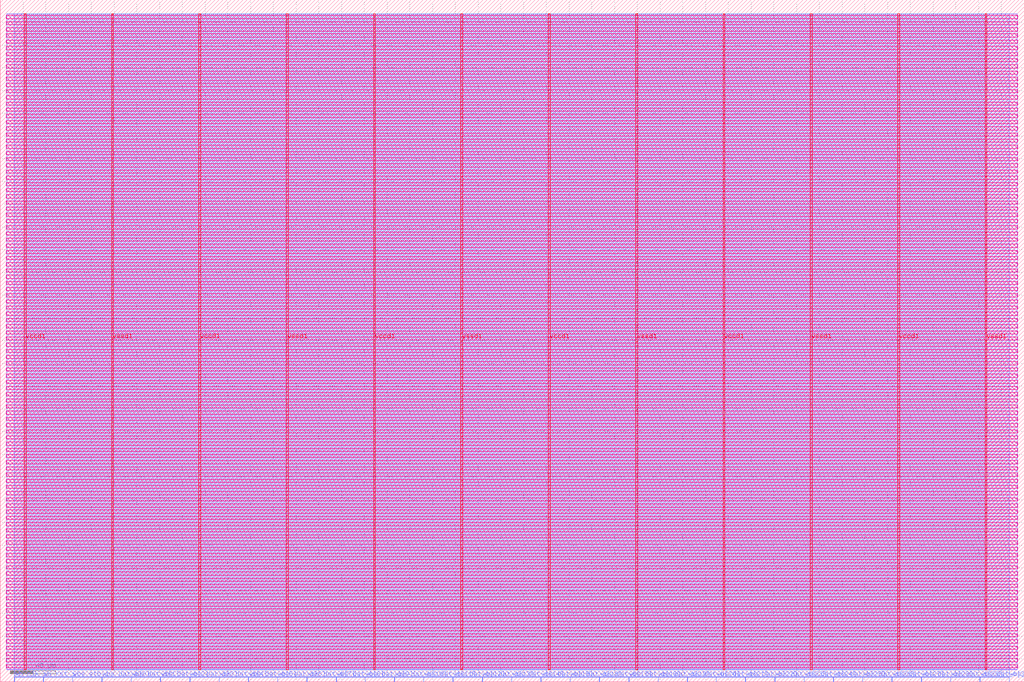
<source format=lef>
VERSION 5.7 ;
  NOWIREEXTENSIONATPIN ON ;
  DIVIDERCHAR "/" ;
  BUSBITCHARS "[]" ;
MACRO user_proj_example
  CLASS BLOCK ;
  FOREIGN user_proj_example ;
  ORIGIN 0.000 0.000 ;
  SIZE 900.000 BY 600.000 ;
  PIN vccd1
    DIRECTION INPUT ;
    USE POWER ;
    PORT
      LAYER met4 ;
        RECT 21.040 10.640 22.640 587.760 ;
    END
    PORT
      LAYER met4 ;
        RECT 174.640 10.640 176.240 587.760 ;
    END
    PORT
      LAYER met4 ;
        RECT 328.240 10.640 329.840 587.760 ;
    END
    PORT
      LAYER met4 ;
        RECT 481.840 10.640 483.440 587.760 ;
    END
    PORT
      LAYER met4 ;
        RECT 635.440 10.640 637.040 587.760 ;
    END
    PORT
      LAYER met4 ;
        RECT 789.040 10.640 790.640 587.760 ;
    END
  END vccd1
  PIN vssd1
    DIRECTION INPUT ;
    USE GROUND ;
    PORT
      LAYER met4 ;
        RECT 97.840 10.640 99.440 587.760 ;
    END
    PORT
      LAYER met4 ;
        RECT 251.440 10.640 253.040 587.760 ;
    END
    PORT
      LAYER met4 ;
        RECT 405.040 10.640 406.640 587.760 ;
    END
    PORT
      LAYER met4 ;
        RECT 558.640 10.640 560.240 587.760 ;
    END
    PORT
      LAYER met4 ;
        RECT 712.240 10.640 713.840 587.760 ;
    END
    PORT
      LAYER met4 ;
        RECT 865.840 10.640 867.440 587.760 ;
    END
  END vssd1
  PIN wb_clk_i
    DIRECTION INPUT ;
    USE SIGNAL ;
    PORT
      LAYER met2 ;
        RECT 12.510 0.000 12.790 4.000 ;
    END
  END wb_clk_i
  PIN wb_rst_i
    DIRECTION INPUT ;
    USE SIGNAL ;
    PORT
      LAYER met2 ;
        RECT 37.810 0.000 38.090 4.000 ;
    END
  END wb_rst_i
  PIN wbs_dat_o[0]
    DIRECTION OUTPUT TRISTATE ;
    USE SIGNAL ;
    PORT
      LAYER met2 ;
        RECT 89.330 0.000 89.610 4.000 ;
    END
  END wbs_dat_o[0]
  PIN wbs_dat_o[10]
    DIRECTION OUTPUT TRISTATE ;
    USE SIGNAL ;
    PORT
      LAYER met2 ;
        RECT 346.470 0.000 346.750 4.000 ;
    END
  END wbs_dat_o[10]
  PIN wbs_dat_o[11]
    DIRECTION OUTPUT TRISTATE ;
    USE SIGNAL ;
    PORT
      LAYER met2 ;
        RECT 372.230 0.000 372.510 4.000 ;
    END
  END wbs_dat_o[11]
  PIN wbs_dat_o[12]
    DIRECTION OUTPUT TRISTATE ;
    USE SIGNAL ;
    PORT
      LAYER met2 ;
        RECT 397.990 0.000 398.270 4.000 ;
    END
  END wbs_dat_o[12]
  PIN wbs_dat_o[13]
    DIRECTION OUTPUT TRISTATE ;
    USE SIGNAL ;
    PORT
      LAYER met2 ;
        RECT 423.750 0.000 424.030 4.000 ;
    END
  END wbs_dat_o[13]
  PIN wbs_dat_o[14]
    DIRECTION OUTPUT TRISTATE ;
    USE SIGNAL ;
    PORT
      LAYER met2 ;
        RECT 449.510 0.000 449.790 4.000 ;
    END
  END wbs_dat_o[14]
  PIN wbs_dat_o[15]
    DIRECTION OUTPUT TRISTATE ;
    USE SIGNAL ;
    PORT
      LAYER met2 ;
        RECT 475.270 0.000 475.550 4.000 ;
    END
  END wbs_dat_o[15]
  PIN wbs_dat_o[16]
    DIRECTION OUTPUT TRISTATE ;
    USE SIGNAL ;
    PORT
      LAYER met2 ;
        RECT 501.030 0.000 501.310 4.000 ;
    END
  END wbs_dat_o[16]
  PIN wbs_dat_o[17]
    DIRECTION OUTPUT TRISTATE ;
    USE SIGNAL ;
    PORT
      LAYER met2 ;
        RECT 526.790 0.000 527.070 4.000 ;
    END
  END wbs_dat_o[17]
  PIN wbs_dat_o[18]
    DIRECTION OUTPUT TRISTATE ;
    USE SIGNAL ;
    PORT
      LAYER met2 ;
        RECT 552.550 0.000 552.830 4.000 ;
    END
  END wbs_dat_o[18]
  PIN wbs_dat_o[19]
    DIRECTION OUTPUT TRISTATE ;
    USE SIGNAL ;
    PORT
      LAYER met2 ;
        RECT 578.310 0.000 578.590 4.000 ;
    END
  END wbs_dat_o[19]
  PIN wbs_dat_o[1]
    DIRECTION OUTPUT TRISTATE ;
    USE SIGNAL ;
    PORT
      LAYER met2 ;
        RECT 115.090 0.000 115.370 4.000 ;
    END
  END wbs_dat_o[1]
  PIN wbs_dat_o[20]
    DIRECTION OUTPUT TRISTATE ;
    USE SIGNAL ;
    PORT
      LAYER met2 ;
        RECT 604.070 0.000 604.350 4.000 ;
    END
  END wbs_dat_o[20]
  PIN wbs_dat_o[21]
    DIRECTION OUTPUT TRISTATE ;
    USE SIGNAL ;
    PORT
      LAYER met2 ;
        RECT 629.370 0.000 629.650 4.000 ;
    END
  END wbs_dat_o[21]
  PIN wbs_dat_o[22]
    DIRECTION OUTPUT TRISTATE ;
    USE SIGNAL ;
    PORT
      LAYER met2 ;
        RECT 655.130 0.000 655.410 4.000 ;
    END
  END wbs_dat_o[22]
  PIN wbs_dat_o[23]
    DIRECTION OUTPUT TRISTATE ;
    USE SIGNAL ;
    PORT
      LAYER met2 ;
        RECT 680.890 0.000 681.170 4.000 ;
    END
  END wbs_dat_o[23]
  PIN wbs_dat_o[24]
    DIRECTION OUTPUT TRISTATE ;
    USE SIGNAL ;
    PORT
      LAYER met2 ;
        RECT 706.650 0.000 706.930 4.000 ;
    END
  END wbs_dat_o[24]
  PIN wbs_dat_o[25]
    DIRECTION OUTPUT TRISTATE ;
    USE SIGNAL ;
    PORT
      LAYER met2 ;
        RECT 732.410 0.000 732.690 4.000 ;
    END
  END wbs_dat_o[25]
  PIN wbs_dat_o[26]
    DIRECTION OUTPUT TRISTATE ;
    USE SIGNAL ;
    PORT
      LAYER met2 ;
        RECT 758.170 0.000 758.450 4.000 ;
    END
  END wbs_dat_o[26]
  PIN wbs_dat_o[27]
    DIRECTION OUTPUT TRISTATE ;
    USE SIGNAL ;
    PORT
      LAYER met2 ;
        RECT 783.930 0.000 784.210 4.000 ;
    END
  END wbs_dat_o[27]
  PIN wbs_dat_o[28]
    DIRECTION OUTPUT TRISTATE ;
    USE SIGNAL ;
    PORT
      LAYER met2 ;
        RECT 809.690 0.000 809.970 4.000 ;
    END
  END wbs_dat_o[28]
  PIN wbs_dat_o[29]
    DIRECTION OUTPUT TRISTATE ;
    USE SIGNAL ;
    PORT
      LAYER met2 ;
        RECT 835.450 0.000 835.730 4.000 ;
    END
  END wbs_dat_o[29]
  PIN wbs_dat_o[2]
    DIRECTION OUTPUT TRISTATE ;
    USE SIGNAL ;
    PORT
      LAYER met2 ;
        RECT 140.850 0.000 141.130 4.000 ;
    END
  END wbs_dat_o[2]
  PIN wbs_dat_o[30]
    DIRECTION OUTPUT TRISTATE ;
    USE SIGNAL ;
    PORT
      LAYER met2 ;
        RECT 861.210 0.000 861.490 4.000 ;
    END
  END wbs_dat_o[30]
  PIN wbs_dat_o[31]
    DIRECTION OUTPUT TRISTATE ;
    USE SIGNAL ;
    PORT
      LAYER met2 ;
        RECT 886.970 0.000 887.250 4.000 ;
    END
  END wbs_dat_o[31]
  PIN wbs_dat_o[3]
    DIRECTION OUTPUT TRISTATE ;
    USE SIGNAL ;
    PORT
      LAYER met2 ;
        RECT 166.610 0.000 166.890 4.000 ;
    END
  END wbs_dat_o[3]
  PIN wbs_dat_o[4]
    DIRECTION OUTPUT TRISTATE ;
    USE SIGNAL ;
    PORT
      LAYER met2 ;
        RECT 192.370 0.000 192.650 4.000 ;
    END
  END wbs_dat_o[4]
  PIN wbs_dat_o[5]
    DIRECTION OUTPUT TRISTATE ;
    USE SIGNAL ;
    PORT
      LAYER met2 ;
        RECT 218.130 0.000 218.410 4.000 ;
    END
  END wbs_dat_o[5]
  PIN wbs_dat_o[6]
    DIRECTION OUTPUT TRISTATE ;
    USE SIGNAL ;
    PORT
      LAYER met2 ;
        RECT 243.890 0.000 244.170 4.000 ;
    END
  END wbs_dat_o[6]
  PIN wbs_dat_o[7]
    DIRECTION OUTPUT TRISTATE ;
    USE SIGNAL ;
    PORT
      LAYER met2 ;
        RECT 269.650 0.000 269.930 4.000 ;
    END
  END wbs_dat_o[7]
  PIN wbs_dat_o[8]
    DIRECTION OUTPUT TRISTATE ;
    USE SIGNAL ;
    PORT
      LAYER met2 ;
        RECT 295.410 0.000 295.690 4.000 ;
    END
  END wbs_dat_o[8]
  PIN wbs_dat_o[9]
    DIRECTION OUTPUT TRISTATE ;
    USE SIGNAL ;
    PORT
      LAYER met2 ;
        RECT 320.710 0.000 320.990 4.000 ;
    END
  END wbs_dat_o[9]
  PIN wbs_stb_i
    DIRECTION INPUT ;
    USE SIGNAL ;
    PORT
      LAYER met2 ;
        RECT 63.570 0.000 63.850 4.000 ;
    END
  END wbs_stb_i
  OBS
      LAYER nwell ;
        RECT 5.330 583.385 894.430 586.215 ;
        RECT 5.330 577.945 894.430 580.775 ;
        RECT 5.330 572.505 894.430 575.335 ;
        RECT 5.330 567.065 894.430 569.895 ;
        RECT 5.330 561.625 894.430 564.455 ;
        RECT 5.330 556.185 894.430 559.015 ;
        RECT 5.330 550.745 894.430 553.575 ;
        RECT 5.330 545.305 894.430 548.135 ;
        RECT 5.330 539.865 894.430 542.695 ;
        RECT 5.330 534.425 894.430 537.255 ;
        RECT 5.330 528.985 894.430 531.815 ;
        RECT 5.330 523.545 894.430 526.375 ;
        RECT 5.330 518.105 894.430 520.935 ;
        RECT 5.330 512.665 894.430 515.495 ;
        RECT 5.330 507.225 894.430 510.055 ;
        RECT 5.330 501.785 894.430 504.615 ;
        RECT 5.330 496.345 894.430 499.175 ;
        RECT 5.330 490.905 894.430 493.735 ;
        RECT 5.330 485.465 894.430 488.295 ;
        RECT 5.330 480.025 894.430 482.855 ;
        RECT 5.330 474.585 894.430 477.415 ;
        RECT 5.330 469.145 894.430 471.975 ;
        RECT 5.330 463.705 894.430 466.535 ;
        RECT 5.330 458.265 894.430 461.095 ;
        RECT 5.330 452.825 894.430 455.655 ;
        RECT 5.330 447.385 894.430 450.215 ;
        RECT 5.330 441.945 894.430 444.775 ;
        RECT 5.330 436.505 894.430 439.335 ;
        RECT 5.330 431.065 894.430 433.895 ;
        RECT 5.330 425.625 894.430 428.455 ;
        RECT 5.330 420.185 894.430 423.015 ;
        RECT 5.330 414.745 894.430 417.575 ;
        RECT 5.330 409.305 894.430 412.135 ;
        RECT 5.330 403.865 894.430 406.695 ;
        RECT 5.330 398.425 894.430 401.255 ;
        RECT 5.330 392.985 894.430 395.815 ;
        RECT 5.330 387.545 894.430 390.375 ;
        RECT 5.330 382.105 894.430 384.935 ;
        RECT 5.330 376.665 894.430 379.495 ;
        RECT 5.330 371.225 894.430 374.055 ;
        RECT 5.330 365.785 894.430 368.615 ;
        RECT 5.330 360.345 894.430 363.175 ;
        RECT 5.330 354.905 894.430 357.735 ;
        RECT 5.330 349.465 894.430 352.295 ;
        RECT 5.330 344.025 894.430 346.855 ;
        RECT 5.330 338.585 894.430 341.415 ;
        RECT 5.330 333.145 894.430 335.975 ;
        RECT 5.330 327.705 894.430 330.535 ;
        RECT 5.330 322.265 894.430 325.095 ;
        RECT 5.330 316.825 894.430 319.655 ;
        RECT 5.330 311.385 894.430 314.215 ;
        RECT 5.330 305.945 894.430 308.775 ;
        RECT 5.330 300.505 894.430 303.335 ;
        RECT 5.330 295.065 894.430 297.895 ;
        RECT 5.330 289.625 894.430 292.455 ;
        RECT 5.330 284.185 894.430 287.015 ;
        RECT 5.330 278.745 894.430 281.575 ;
        RECT 5.330 273.305 894.430 276.135 ;
        RECT 5.330 267.865 894.430 270.695 ;
        RECT 5.330 262.425 894.430 265.255 ;
        RECT 5.330 256.985 894.430 259.815 ;
        RECT 5.330 251.545 894.430 254.375 ;
        RECT 5.330 246.105 894.430 248.935 ;
        RECT 5.330 240.665 894.430 243.495 ;
        RECT 5.330 235.225 894.430 238.055 ;
        RECT 5.330 229.785 894.430 232.615 ;
        RECT 5.330 224.345 894.430 227.175 ;
        RECT 5.330 218.905 894.430 221.735 ;
        RECT 5.330 213.465 894.430 216.295 ;
        RECT 5.330 208.025 894.430 210.855 ;
        RECT 5.330 202.585 894.430 205.415 ;
        RECT 5.330 197.145 894.430 199.975 ;
        RECT 5.330 191.705 894.430 194.535 ;
        RECT 5.330 186.265 894.430 189.095 ;
        RECT 5.330 180.825 894.430 183.655 ;
        RECT 5.330 175.385 894.430 178.215 ;
        RECT 5.330 169.945 894.430 172.775 ;
        RECT 5.330 164.505 894.430 167.335 ;
        RECT 5.330 159.065 894.430 161.895 ;
        RECT 5.330 153.625 894.430 156.455 ;
        RECT 5.330 148.185 894.430 151.015 ;
        RECT 5.330 142.745 894.430 145.575 ;
        RECT 5.330 137.305 894.430 140.135 ;
        RECT 5.330 131.865 894.430 134.695 ;
        RECT 5.330 126.425 894.430 129.255 ;
        RECT 5.330 120.985 894.430 123.815 ;
        RECT 5.330 115.545 894.430 118.375 ;
        RECT 5.330 110.105 894.430 112.935 ;
        RECT 5.330 104.665 894.430 107.495 ;
        RECT 5.330 99.225 894.430 102.055 ;
        RECT 5.330 93.785 894.430 96.615 ;
        RECT 5.330 88.345 894.430 91.175 ;
        RECT 5.330 82.905 894.430 85.735 ;
        RECT 5.330 77.465 894.430 80.295 ;
        RECT 5.330 72.025 894.430 74.855 ;
        RECT 5.330 66.585 894.430 69.415 ;
        RECT 5.330 61.145 894.430 63.975 ;
        RECT 5.330 55.705 894.430 58.535 ;
        RECT 5.330 50.265 894.430 53.095 ;
        RECT 5.330 44.825 894.430 47.655 ;
        RECT 5.330 39.385 894.430 42.215 ;
        RECT 5.330 33.945 894.430 36.775 ;
        RECT 5.330 28.505 894.430 31.335 ;
        RECT 5.330 23.065 894.430 25.895 ;
        RECT 5.330 17.625 894.430 20.455 ;
        RECT 5.330 12.185 894.430 15.015 ;
      LAYER li1 ;
        RECT 5.520 10.795 894.240 587.605 ;
      LAYER met1 ;
        RECT 5.520 10.640 894.240 587.760 ;
      LAYER met2 ;
        RECT 12.520 4.280 887.240 587.760 ;
        RECT 13.070 4.000 37.530 4.280 ;
        RECT 38.370 4.000 63.290 4.280 ;
        RECT 64.130 4.000 89.050 4.280 ;
        RECT 89.890 4.000 114.810 4.280 ;
        RECT 115.650 4.000 140.570 4.280 ;
        RECT 141.410 4.000 166.330 4.280 ;
        RECT 167.170 4.000 192.090 4.280 ;
        RECT 192.930 4.000 217.850 4.280 ;
        RECT 218.690 4.000 243.610 4.280 ;
        RECT 244.450 4.000 269.370 4.280 ;
        RECT 270.210 4.000 295.130 4.280 ;
        RECT 295.970 4.000 320.430 4.280 ;
        RECT 321.270 4.000 346.190 4.280 ;
        RECT 347.030 4.000 371.950 4.280 ;
        RECT 372.790 4.000 397.710 4.280 ;
        RECT 398.550 4.000 423.470 4.280 ;
        RECT 424.310 4.000 449.230 4.280 ;
        RECT 450.070 4.000 474.990 4.280 ;
        RECT 475.830 4.000 500.750 4.280 ;
        RECT 501.590 4.000 526.510 4.280 ;
        RECT 527.350 4.000 552.270 4.280 ;
        RECT 553.110 4.000 578.030 4.280 ;
        RECT 578.870 4.000 603.790 4.280 ;
        RECT 604.630 4.000 629.090 4.280 ;
        RECT 629.930 4.000 654.850 4.280 ;
        RECT 655.690 4.000 680.610 4.280 ;
        RECT 681.450 4.000 706.370 4.280 ;
        RECT 707.210 4.000 732.130 4.280 ;
        RECT 732.970 4.000 757.890 4.280 ;
        RECT 758.730 4.000 783.650 4.280 ;
        RECT 784.490 4.000 809.410 4.280 ;
        RECT 810.250 4.000 835.170 4.280 ;
        RECT 836.010 4.000 860.930 4.280 ;
        RECT 861.770 4.000 886.690 4.280 ;
      LAYER met3 ;
        RECT 21.040 10.715 867.440 587.685 ;
  END
END user_proj_example
END LIBRARY


</source>
